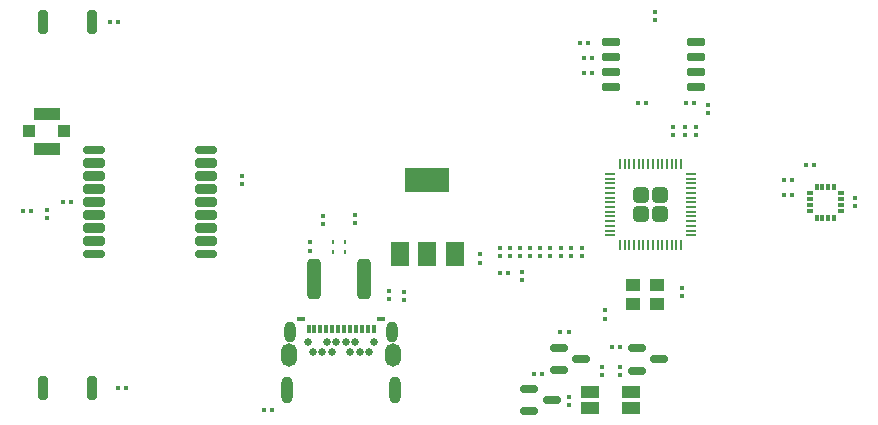
<source format=gbr>
%TF.GenerationSoftware,KiCad,Pcbnew,8.0.1*%
%TF.CreationDate,2024-03-30T16:51:40-04:00*%
%TF.ProjectId,pulp,70756c70-2e6b-4696-9361-645f70636258,rev?*%
%TF.SameCoordinates,Original*%
%TF.FileFunction,Paste,Top*%
%TF.FilePolarity,Positive*%
%FSLAX46Y46*%
G04 Gerber Fmt 4.6, Leading zero omitted, Abs format (unit mm)*
G04 Created by KiCad (PCBNEW 8.0.1) date 2024-03-30 16:51:40*
%MOMM*%
%LPD*%
G01*
G04 APERTURE LIST*
G04 Aperture macros list*
%AMRoundRect*
0 Rectangle with rounded corners*
0 $1 Rounding radius*
0 $2 $3 $4 $5 $6 $7 $8 $9 X,Y pos of 4 corners*
0 Add a 4 corners polygon primitive as box body*
4,1,4,$2,$3,$4,$5,$6,$7,$8,$9,$2,$3,0*
0 Add four circle primitives for the rounded corners*
1,1,$1+$1,$2,$3*
1,1,$1+$1,$4,$5*
1,1,$1+$1,$6,$7*
1,1,$1+$1,$8,$9*
0 Add four rect primitives between the rounded corners*
20,1,$1+$1,$2,$3,$4,$5,0*
20,1,$1+$1,$4,$5,$6,$7,0*
20,1,$1+$1,$6,$7,$8,$9,0*
20,1,$1+$1,$8,$9,$2,$3,0*%
G04 Aperture macros list end*
%ADD10RoundRect,0.079500X-0.100500X0.079500X-0.100500X-0.079500X0.100500X-0.079500X0.100500X0.079500X0*%
%ADD11RoundRect,0.250000X0.312500X1.450000X-0.312500X1.450000X-0.312500X-1.450000X0.312500X-1.450000X0*%
%ADD12RoundRect,0.079500X0.079500X0.100500X-0.079500X0.100500X-0.079500X-0.100500X0.079500X-0.100500X0*%
%ADD13RoundRect,0.079500X0.100500X-0.079500X0.100500X0.079500X-0.100500X0.079500X-0.100500X-0.079500X0*%
%ADD14RoundRect,0.062500X0.062500X-0.117500X0.062500X0.117500X-0.062500X0.117500X-0.062500X-0.117500X0*%
%ADD15RoundRect,0.050000X-0.050000X-0.387500X0.050000X-0.387500X0.050000X0.387500X-0.050000X0.387500X0*%
%ADD16RoundRect,0.050000X-0.387500X-0.050000X0.387500X-0.050000X0.387500X0.050000X-0.387500X0.050000X0*%
%ADD17RoundRect,0.249999X-0.395001X-0.395001X0.395001X-0.395001X0.395001X0.395001X-0.395001X0.395001X0*%
%ADD18R,1.300000X1.100000*%
%ADD19R,1.500000X1.000000*%
%ADD20RoundRect,0.079500X-0.079500X-0.100500X0.079500X-0.100500X0.079500X0.100500X-0.079500X0.100500X0*%
%ADD21R,2.200000X1.050000*%
%ADD22R,1.000000X1.000000*%
%ADD23RoundRect,0.200000X-0.200000X-0.800000X0.200000X-0.800000X0.200000X0.800000X-0.200000X0.800000X0*%
%ADD24RoundRect,0.150000X-0.587500X-0.150000X0.587500X-0.150000X0.587500X0.150000X-0.587500X0.150000X0*%
%ADD25RoundRect,0.150000X-0.650000X-0.150000X0.650000X-0.150000X0.650000X0.150000X-0.650000X0.150000X0*%
%ADD26R,1.500000X2.000000*%
%ADD27R,3.800000X2.000000*%
%ADD28RoundRect,0.175000X0.725000X0.175000X-0.725000X0.175000X-0.725000X-0.175000X0.725000X-0.175000X0*%
%ADD29RoundRect,0.200000X0.700000X0.200000X-0.700000X0.200000X-0.700000X-0.200000X0.700000X-0.200000X0*%
%ADD30O,0.950000X2.280000*%
%ADD31O,1.330000X1.980000*%
%ADD32O,0.950000X1.800000*%
%ADD33R,0.700000X0.350000*%
%ADD34C,0.650000*%
%ADD35R,0.300000X0.700000*%
%ADD36R,0.300000X0.550000*%
%ADD37R,0.550000X0.300000*%
G04 APERTURE END LIST*
D10*
%TO.C,C7*%
X82560000Y-68160000D03*
X82560000Y-67470000D03*
%TD*%
D11*
%TO.C,D4*%
X68492500Y-69550000D03*
X72767500Y-69550000D03*
%TD*%
D12*
%TO.C,R21*%
X89380000Y-74050000D03*
X90070000Y-74050000D03*
%TD*%
D10*
%TO.C,C15*%
X86130000Y-69645000D03*
X86130000Y-68955000D03*
%TD*%
D12*
%TO.C,R13*%
X91359000Y-50858000D03*
X92049000Y-50858000D03*
%TD*%
D10*
%TO.C,C21*%
X89392600Y-67611400D03*
X89392600Y-66921400D03*
%TD*%
D12*
%TO.C,R2*%
X108285000Y-61145000D03*
X108975000Y-61145000D03*
%TD*%
D10*
%TO.C,C28*%
X90281600Y-67611400D03*
X90281600Y-66921400D03*
%TD*%
%TO.C,R20*%
X92880000Y-77645000D03*
X92880000Y-76955000D03*
%TD*%
%TO.C,C20*%
X84287200Y-67611000D03*
X84287200Y-66921000D03*
%TD*%
D13*
%TO.C,C19*%
X100880000Y-56705000D03*
X100880000Y-57395000D03*
%TD*%
D10*
%TO.C,C3*%
X62380000Y-61515000D03*
X62380000Y-60825000D03*
%TD*%
D13*
%TO.C,R10*%
X99705000Y-70325000D03*
X99705000Y-71015000D03*
%TD*%
D10*
%TO.C,C25*%
X86801800Y-67611000D03*
X86801800Y-66921000D03*
%TD*%
D13*
%TO.C,R5*%
X68130000Y-66455000D03*
X68130000Y-67145000D03*
%TD*%
D12*
%TO.C,R1*%
X108285000Y-62415000D03*
X108975000Y-62415000D03*
%TD*%
D10*
%TO.C,C24*%
X85963600Y-67611400D03*
X85963600Y-66921400D03*
%TD*%
D14*
%TO.C,D1*%
X70130000Y-67220000D03*
X70130000Y-66380000D03*
%TD*%
D13*
%TO.C,C8*%
X97380000Y-46955000D03*
X97380000Y-47645000D03*
%TD*%
D12*
%TO.C,R16*%
X95931000Y-54668000D03*
X96621000Y-54668000D03*
%TD*%
D15*
%TO.C,U2*%
X94400000Y-59812500D03*
X94800000Y-59812500D03*
X95200000Y-59812500D03*
X95600000Y-59812500D03*
X96000000Y-59812500D03*
X96400000Y-59812500D03*
X96800000Y-59812500D03*
X97200000Y-59812500D03*
X97600000Y-59812500D03*
X98000000Y-59812500D03*
X98400000Y-59812500D03*
X98800000Y-59812500D03*
X99200000Y-59812500D03*
X99600000Y-59812500D03*
D16*
X100437500Y-60650000D03*
X100437500Y-61050000D03*
X100437500Y-61450000D03*
X100437500Y-61850000D03*
X100437500Y-62250000D03*
X100437500Y-62650000D03*
X100437500Y-63050000D03*
X100437500Y-63450000D03*
X100437500Y-63850000D03*
X100437500Y-64250000D03*
X100437500Y-64650000D03*
X100437500Y-65050000D03*
X100437500Y-65450000D03*
X100437500Y-65850000D03*
D15*
X99600000Y-66687500D03*
X99200000Y-66687500D03*
X98800000Y-66687500D03*
X98400000Y-66687500D03*
X98000000Y-66687500D03*
X97600000Y-66687500D03*
X97200000Y-66687500D03*
X96800000Y-66687500D03*
X96400000Y-66687500D03*
X96000000Y-66687500D03*
X95600000Y-66687500D03*
X95200000Y-66687500D03*
X94800000Y-66687500D03*
X94400000Y-66687500D03*
D16*
X93562500Y-65850000D03*
X93562500Y-65450000D03*
X93562500Y-65050000D03*
X93562500Y-64650000D03*
X93562500Y-64250000D03*
X93562500Y-63850000D03*
X93562500Y-63450000D03*
X93562500Y-63050000D03*
X93562500Y-62650000D03*
X93562500Y-62250000D03*
X93562500Y-61850000D03*
X93562500Y-61450000D03*
X93562500Y-61050000D03*
X93562500Y-60650000D03*
D17*
X97800000Y-64050000D03*
X97800000Y-62450000D03*
X96200000Y-64050000D03*
X96200000Y-62450000D03*
%TD*%
D14*
%TO.C,D2*%
X71130000Y-67220000D03*
X71130000Y-66380000D03*
%TD*%
D12*
%TO.C,L1*%
X43855000Y-63800000D03*
X44545000Y-63800000D03*
%TD*%
D13*
%TO.C,R17*%
X69250000Y-64205000D03*
X69250000Y-64895000D03*
%TD*%
D18*
%TO.C,X2*%
X97580000Y-71685000D03*
X95480000Y-71685000D03*
X95480000Y-70035000D03*
X97580000Y-70035000D03*
%TD*%
D10*
%TO.C,C16*%
X93130000Y-72895000D03*
X93130000Y-72205000D03*
%TD*%
D19*
%TO.C,D3*%
X95380000Y-79100000D03*
X95380000Y-80500000D03*
X91880000Y-80500000D03*
X91880000Y-79100000D03*
%TD*%
D10*
%TO.C,C6*%
X76130000Y-71300000D03*
X76130000Y-70610000D03*
%TD*%
%TO.C,C22*%
X88503600Y-67611400D03*
X88503600Y-66921400D03*
%TD*%
%TO.C,R19*%
X94390000Y-77665000D03*
X94390000Y-76975000D03*
%TD*%
D12*
%TO.C,C1*%
X110190000Y-59875000D03*
X110880000Y-59875000D03*
%TD*%
D10*
%TO.C,C26*%
X85125400Y-67611000D03*
X85125400Y-66921000D03*
%TD*%
%TO.C,C4*%
X45880000Y-64395000D03*
X45880000Y-63705000D03*
%TD*%
D20*
%TO.C,R22*%
X94405000Y-75300000D03*
X93715000Y-75300000D03*
%TD*%
D12*
%TO.C,R6*%
X91035000Y-49550000D03*
X91725000Y-49550000D03*
%TD*%
D21*
%TO.C,J1*%
X45880000Y-55575000D03*
D22*
X44380000Y-57050000D03*
D21*
X45880000Y-58525000D03*
D22*
X47380000Y-57050000D03*
%TD*%
D23*
%TO.C,SW1*%
X49730000Y-47800000D03*
X45530000Y-47800000D03*
%TD*%
D20*
%TO.C,R7*%
X52630000Y-78800000D03*
X51940000Y-78800000D03*
%TD*%
D12*
%TO.C,R12*%
X99995000Y-54668000D03*
X100685000Y-54668000D03*
%TD*%
D24*
%TO.C,Q2*%
X97755000Y-76350000D03*
X95880000Y-77300000D03*
X95880000Y-75400000D03*
%TD*%
D12*
%TO.C,R23*%
X87105000Y-77550000D03*
X87795000Y-77550000D03*
%TD*%
D25*
%TO.C,U5*%
X100892000Y-49461000D03*
X100892000Y-50731000D03*
X100892000Y-52001000D03*
X100892000Y-53271000D03*
X93692000Y-53271000D03*
X93692000Y-52001000D03*
X93692000Y-50731000D03*
X93692000Y-49461000D03*
%TD*%
D13*
%TO.C,C2*%
X114345000Y-62705000D03*
X114345000Y-63395000D03*
%TD*%
D26*
%TO.C,U4*%
X80415000Y-67470000D03*
D27*
X78115000Y-61170000D03*
D26*
X78115000Y-67470000D03*
X75815000Y-67470000D03*
%TD*%
D12*
%TO.C,R4*%
X64975000Y-80600000D03*
X64285000Y-80600000D03*
%TD*%
%TO.C,R3*%
X47285000Y-63050000D03*
X47975000Y-63050000D03*
%TD*%
D24*
%TO.C,Q3*%
X88630000Y-79800000D03*
X86755000Y-80750000D03*
X86755000Y-78850000D03*
%TD*%
D13*
%TO.C,C17*%
X98880000Y-56705000D03*
X98880000Y-57395000D03*
%TD*%
D20*
%TO.C,R8*%
X51905000Y-47800000D03*
X51215000Y-47800000D03*
%TD*%
D10*
%TO.C,C5*%
X74860000Y-71270000D03*
X74860000Y-70580000D03*
%TD*%
D24*
%TO.C,Q1*%
X91130000Y-76300000D03*
X89255000Y-77250000D03*
X89255000Y-75350000D03*
%TD*%
D10*
%TO.C,R15*%
X101864000Y-55521000D03*
X101864000Y-54831000D03*
%TD*%
%TO.C,R18*%
X72000000Y-64845000D03*
X72000000Y-64155000D03*
%TD*%
D13*
%TO.C,C18*%
X99880000Y-56705000D03*
X99880000Y-57395000D03*
%TD*%
D23*
%TO.C,SW2*%
X49730000Y-78750000D03*
X45530000Y-78750000D03*
%TD*%
D10*
%TO.C,C23*%
X87614600Y-67611400D03*
X87614600Y-66921400D03*
%TD*%
D28*
%TO.C,U3*%
X49870000Y-67450000D03*
D29*
X49870000Y-66350000D03*
X49870000Y-65250000D03*
X49870000Y-64150000D03*
X49870000Y-63050000D03*
X49870000Y-61950000D03*
X49870000Y-60850000D03*
X49870000Y-59750000D03*
D28*
X49870000Y-58650000D03*
X59370000Y-58650000D03*
D29*
X59370000Y-59750000D03*
X59370000Y-60850000D03*
X59370000Y-61950000D03*
X59370000Y-63050000D03*
X59370000Y-64150000D03*
X59370000Y-65250000D03*
X59370000Y-66350000D03*
D28*
X59370000Y-67450000D03*
%TD*%
D12*
%TO.C,R14*%
X91359000Y-52128000D03*
X92049000Y-52128000D03*
%TD*%
D30*
%TO.C,J7*%
X75375000Y-78910000D03*
D31*
X75190000Y-76000000D03*
D32*
X75095000Y-74020000D03*
D33*
X74175000Y-72955000D03*
X67425000Y-72955000D03*
D32*
X66505000Y-74020000D03*
D31*
X66410000Y-76000000D03*
D30*
X66225000Y-78910000D03*
D34*
X68000000Y-74850000D03*
X68400000Y-75750000D03*
X69200000Y-75750000D03*
X69600000Y-74850000D03*
X70000000Y-75750000D03*
X70400000Y-74850000D03*
X71200000Y-74850000D03*
X71600000Y-75750000D03*
X72000000Y-74850000D03*
X72400000Y-75750000D03*
X73200000Y-75750000D03*
X73600000Y-74850000D03*
D35*
X73550000Y-73740000D03*
X73050000Y-73740000D03*
X72550000Y-73740000D03*
X72050000Y-73740000D03*
X71550000Y-73740000D03*
X71050000Y-73740000D03*
X70550000Y-73740000D03*
X70050000Y-73740000D03*
X69550000Y-73740000D03*
X69050000Y-73740000D03*
X68550000Y-73740000D03*
X68050000Y-73740000D03*
%TD*%
D20*
%TO.C,R11*%
X84975000Y-69050000D03*
X84285000Y-69050000D03*
%TD*%
D10*
%TO.C,C27*%
X91170600Y-67611400D03*
X91170600Y-66921400D03*
%TD*%
D36*
%TO.C,U1*%
X111055000Y-61725000D03*
X111555000Y-61725000D03*
X112055000Y-61725000D03*
X112555000Y-61725000D03*
D37*
X113130000Y-62300000D03*
X113130000Y-62800000D03*
X113130000Y-63300000D03*
X113130000Y-63800000D03*
D36*
X112555000Y-64375000D03*
X112055000Y-64375000D03*
X111555000Y-64375000D03*
X111055000Y-64375000D03*
D37*
X110480000Y-63800000D03*
X110480000Y-63300000D03*
X110480000Y-62800000D03*
X110480000Y-62300000D03*
%TD*%
D13*
%TO.C,R9*%
X90130000Y-79525000D03*
X90130000Y-80215000D03*
%TD*%
M02*

</source>
